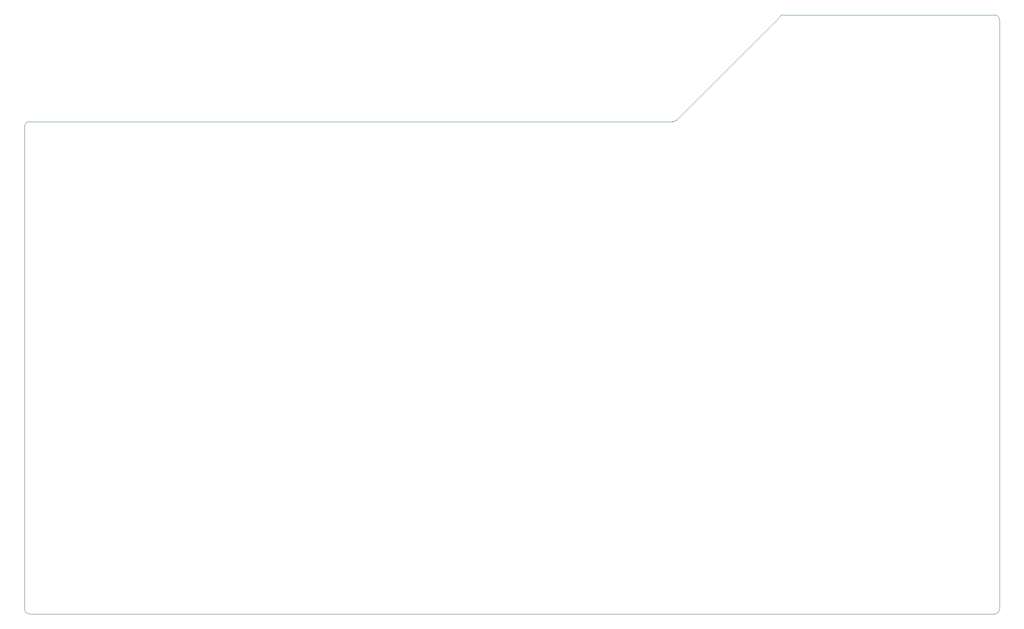
<source format=gbr>
%TF.GenerationSoftware,KiCad,Pcbnew,8.0.6*%
%TF.CreationDate,2024-12-01T20:43:42-07:00*%
%TF.ProjectId,newk-tabesque48,6e65776b-2d74-4616-9265-737175653438,rev?*%
%TF.SameCoordinates,Original*%
%TF.FileFunction,Profile,NP*%
%FSLAX46Y46*%
G04 Gerber Fmt 4.6, Leading zero omitted, Abs format (unit mm)*
G04 Created by KiCad (PCBNEW 8.0.6) date 2024-12-01 20:43:42*
%MOMM*%
%LPD*%
G01*
G04 APERTURE LIST*
%TA.AperFunction,Profile*%
%ADD10C,0.050000*%
%TD*%
G04 APERTURE END LIST*
D10*
X58928000Y-48387000D02*
G75*
G02*
X59944000Y-47371000I1016000J0D01*
G01*
X208834000Y-26287000D02*
X250444000Y-26289000D01*
X208153989Y-26537265D02*
X187574000Y-47117000D01*
X251460000Y-27305000D02*
X251460000Y-143637000D01*
X250444000Y-26289000D02*
G75*
G02*
X251460000Y-27305000I0J-1016000D01*
G01*
X208153989Y-26537265D02*
G75*
G02*
X208834000Y-26287001I640011J-690035D01*
G01*
X187574000Y-47117000D02*
G75*
G02*
X186893989Y-47367265I-640000J690000D01*
G01*
X59944000Y-144653000D02*
X250444000Y-144653000D01*
X58928000Y-48387000D02*
X58928000Y-143637000D01*
X59944000Y-47371000D02*
X186893989Y-47367265D01*
X59944000Y-144653000D02*
G75*
G02*
X58928000Y-143637000I0J1016000D01*
G01*
X251460000Y-143637000D02*
G75*
G02*
X250444000Y-144653000I-1016000J0D01*
G01*
M02*

</source>
